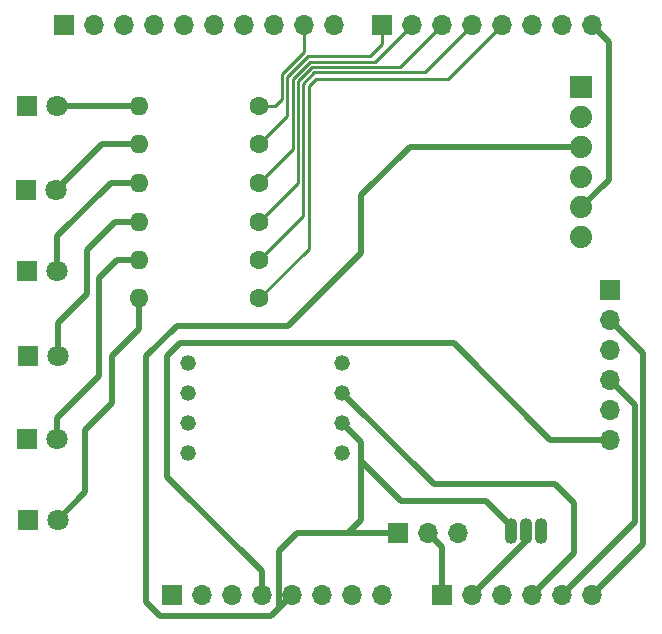
<source format=gbr>
%TF.GenerationSoftware,KiCad,Pcbnew,8.0.8*%
%TF.CreationDate,2025-03-13T21:39:24-06:00*%
%TF.ProjectId,Final_Project_PCB,46696e61-6c5f-4507-926f-6a6563745f50,rev?*%
%TF.SameCoordinates,Original*%
%TF.FileFunction,Copper,L1,Top*%
%TF.FilePolarity,Positive*%
%FSLAX46Y46*%
G04 Gerber Fmt 4.6, Leading zero omitted, Abs format (unit mm)*
G04 Created by KiCad (PCBNEW 8.0.8) date 2025-03-13 21:39:24*
%MOMM*%
%LPD*%
G01*
G04 APERTURE LIST*
%TA.AperFunction,ComponentPad*%
%ADD10R,1.700000X1.700000*%
%TD*%
%TA.AperFunction,ComponentPad*%
%ADD11O,1.700000X1.700000*%
%TD*%
%TA.AperFunction,ComponentPad*%
%ADD12R,1.800000X1.800000*%
%TD*%
%TA.AperFunction,ComponentPad*%
%ADD13C,1.800000*%
%TD*%
%TA.AperFunction,ComponentPad*%
%ADD14O,1.100000X2.200000*%
%TD*%
%TA.AperFunction,ComponentPad*%
%ADD15C,1.600000*%
%TD*%
%TA.AperFunction,ComponentPad*%
%ADD16O,1.600000X1.600000*%
%TD*%
%TA.AperFunction,ComponentPad*%
%ADD17R,1.879600X1.879600*%
%TD*%
%TA.AperFunction,ComponentPad*%
%ADD18C,1.879600*%
%TD*%
%TA.AperFunction,ComponentPad*%
%ADD19C,1.321000*%
%TD*%
%TA.AperFunction,Conductor*%
%ADD20C,0.250000*%
%TD*%
%TA.AperFunction,Conductor*%
%ADD21C,0.508000*%
%TD*%
G04 APERTURE END LIST*
D10*
%TO.P,J1,1,Pin_1*%
%TO.N,unconnected-(J1-Pin_1-Pad1)*%
X127940000Y-97460000D03*
D11*
%TO.P,J1,2,Pin_2*%
%TO.N,/IOREF*%
X130480000Y-97460000D03*
%TO.P,J1,3,Pin_3*%
%TO.N,/~{RESET}*%
X133020000Y-97460000D03*
%TO.P,J1,4,Pin_4*%
%TO.N,+3V3*%
X135560000Y-97460000D03*
%TO.P,J1,5,Pin_5*%
%TO.N,+5V*%
X138100000Y-97460000D03*
%TO.P,J1,6,Pin_6*%
%TO.N,GND*%
X140640000Y-97460000D03*
%TO.P,J1,7,Pin_7*%
X143180000Y-97460000D03*
%TO.P,J1,8,Pin_8*%
%TO.N,VCC*%
X145720000Y-97460000D03*
%TD*%
D10*
%TO.P,J3,1,Pin_1*%
%TO.N,/DHT_Sensor*%
X150800000Y-97460000D03*
D11*
%TO.P,J3,2,Pin_2*%
%TO.N,/Ext_Temp_Sensor*%
X153340000Y-97460000D03*
%TO.P,J3,3,Pin_3*%
%TO.N,unconnected-(J3-Pin_3-Pad3)*%
X155880000Y-97460000D03*
%TO.P,J3,4,Pin_4*%
%TO.N,/Pressure_Sensor*%
X158420000Y-97460000D03*
%TO.P,J3,5,Pin_5*%
%TO.N,/Accel_X*%
X160960000Y-97460000D03*
%TO.P,J3,6,Pin_6*%
%TO.N,/Accel_Z*%
X163500000Y-97460000D03*
%TD*%
D10*
%TO.P,J2,1,Pin_1*%
%TO.N,/SCL{slash}A5*%
X118796000Y-49200000D03*
D11*
%TO.P,J2,2,Pin_2*%
%TO.N,/SDA{slash}A4*%
X121336000Y-49200000D03*
%TO.P,J2,3,Pin_3*%
%TO.N,/AREF*%
X123876000Y-49200000D03*
%TO.P,J2,4,Pin_4*%
%TO.N,GND*%
X126416000Y-49200000D03*
%TO.P,J2,5,Pin_5*%
%TO.N,/13*%
X128956000Y-49200000D03*
%TO.P,J2,6,Pin_6*%
%TO.N,/12*%
X131496000Y-49200000D03*
%TO.P,J2,7,Pin_7*%
%TO.N,/\u002A11*%
X134036000Y-49200000D03*
%TO.P,J2,8,Pin_8*%
%TO.N,/\u002A10*%
X136576000Y-49200000D03*
%TO.P,J2,9,Pin_9*%
%TO.N,/LED_Accelerometer*%
X139116000Y-49200000D03*
%TO.P,J2,10,Pin_10*%
%TO.N,/8*%
X141656000Y-49200000D03*
%TD*%
D10*
%TO.P,J4,1,Pin_1*%
%TO.N,/LED_Pressure*%
X145720000Y-49200000D03*
D11*
%TO.P,J4,2,Pin_2*%
%TO.N,/LED_Humidity*%
X148260000Y-49200000D03*
%TO.P,J4,3,Pin_3*%
%TO.N,/LED_ExternalTemp*%
X150800000Y-49200000D03*
%TO.P,J4,4,Pin_4*%
%TO.N,/LED_InternalTemp*%
X153340000Y-49200000D03*
%TO.P,J4,5,Pin_5*%
%TO.N,/LED_Power*%
X155880000Y-49200000D03*
%TO.P,J4,6,Pin_6*%
%TO.N,/6*%
X158420000Y-49200000D03*
%TO.P,J4,7,Pin_7*%
%TO.N,/TX{slash}1*%
X160960000Y-49200000D03*
%TO.P,J4,8,Pin_8*%
%TO.N,/Open_Logger*%
X163500000Y-49200000D03*
%TD*%
D12*
%TO.P,D5,1,K*%
%TO.N,GND*%
X115610000Y-63200000D03*
D13*
%TO.P,D5,2,A*%
%TO.N,Net-(D5-A)*%
X118150000Y-63200000D03*
%TD*%
D14*
%TO.P,U1,1,+VS*%
%TO.N,+5V*%
X156635000Y-92050000D03*
%TO.P,U1,2,VOUT*%
%TO.N,/Ext_Temp_Sensor*%
X157905000Y-92050000D03*
%TO.P,U1,3,GND*%
%TO.N,GND*%
X159175000Y-92050000D03*
%TD*%
D10*
%TO.P,J5,1,Pin_1*%
%TO.N,+5V*%
X147060000Y-92200000D03*
D11*
%TO.P,J5,2,Pin_2*%
%TO.N,/DHT_Sensor*%
X149600000Y-92200000D03*
%TO.P,J5,3,Pin_3*%
%TO.N,GND*%
X152140000Y-92200000D03*
%TD*%
D15*
%TO.P,R5,1*%
%TO.N,/LED_Pressure*%
X135330000Y-59300000D03*
D16*
%TO.P,R5,2*%
%TO.N,Net-(D5-A)*%
X125170000Y-59300000D03*
%TD*%
D17*
%TO.P,U2,1,BLK*%
%TO.N,unconnected-(U2-BLK-Pad1)*%
X162600000Y-54450000D03*
D18*
%TO.P,U2,2,GND*%
%TO.N,GND*%
X162600000Y-56990000D03*
%TO.P,U2,3,VCC*%
%TO.N,+5V*%
X162600000Y-59530000D03*
%TO.P,U2,4,TXO*%
%TO.N,unconnected-(U2-TXO-Pad4)*%
X162600000Y-62070000D03*
%TO.P,U2,5,RXI*%
%TO.N,/Open_Logger*%
X162600000Y-64610000D03*
%TO.P,U2,6,GRN*%
%TO.N,unconnected-(U2-GRN-Pad6)*%
X162600000Y-67150000D03*
%TD*%
D19*
%TO.P,IC1,1,NC_1*%
%TO.N,unconnected-(IC1-NC_1-Pad1)*%
X142350000Y-85395000D03*
%TO.P,IC1,2,VSUPPLY*%
%TO.N,+5V*%
X142350000Y-82855000D03*
%TO.P,IC1,3,VOUT*%
%TO.N,/Pressure_Sensor*%
X142350000Y-80315000D03*
%TO.P,IC1,4,GND*%
%TO.N,GND*%
X142350000Y-77775000D03*
%TO.P,IC1,5,NC_2*%
%TO.N,unconnected-(IC1-NC_2-Pad5)*%
X129270000Y-77775000D03*
%TO.P,IC1,6,NC_3*%
%TO.N,unconnected-(IC1-NC_3-Pad6)*%
X129270000Y-80315000D03*
%TO.P,IC1,7,NC_4*%
%TO.N,unconnected-(IC1-NC_4-Pad7)*%
X129270000Y-82855000D03*
%TO.P,IC1,8,NC_5*%
%TO.N,unconnected-(IC1-NC_5-Pad8)*%
X129270000Y-85395000D03*
%TD*%
D12*
%TO.P,D1,1,K*%
%TO.N,GND*%
X115710000Y-91100000D03*
D13*
%TO.P,D1,2,A*%
%TO.N,Net-(D1-A)*%
X118250000Y-91100000D03*
%TD*%
D15*
%TO.P,R1,1*%
%TO.N,/LED_Power*%
X135330000Y-72300000D03*
D16*
%TO.P,R1,2*%
%TO.N,Net-(D1-A)*%
X125170000Y-72300000D03*
%TD*%
D15*
%TO.P,R3,1*%
%TO.N,/LED_ExternalTemp*%
X135340000Y-65850000D03*
D16*
%TO.P,R3,2*%
%TO.N,Net-(D3-A)*%
X125180000Y-65850000D03*
%TD*%
D12*
%TO.P,D6,1,K*%
%TO.N,GND*%
X115645000Y-56050000D03*
D13*
%TO.P,D6,2,A*%
%TO.N,Net-(D6-A)*%
X118185000Y-56050000D03*
%TD*%
D12*
%TO.P,D3,1,K*%
%TO.N,GND*%
X115710000Y-77200000D03*
D13*
%TO.P,D3,2,A*%
%TO.N,Net-(D3-A)*%
X118250000Y-77200000D03*
%TD*%
D15*
%TO.P,R2,1*%
%TO.N,/LED_InternalTemp*%
X135330000Y-69100000D03*
D16*
%TO.P,R2,2*%
%TO.N,Net-(D2-A)*%
X125170000Y-69100000D03*
%TD*%
D15*
%TO.P,R4,1*%
%TO.N,/LED_Humidity*%
X135330000Y-62550000D03*
D16*
%TO.P,R4,2*%
%TO.N,Net-(D4-A)*%
X125170000Y-62550000D03*
%TD*%
D10*
%TO.P,J6,1,Pin_1*%
%TO.N,unconnected-(J6-Pin_1-Pad1)*%
X165000000Y-71625000D03*
D11*
%TO.P,J6,2,Pin_2*%
%TO.N,/Accel_Z*%
X165000000Y-74165000D03*
%TO.P,J6,3,Pin_3*%
%TO.N,unconnected-(J6-Pin_3-Pad3)*%
X165000000Y-76705000D03*
%TO.P,J6,4,Pin_4*%
%TO.N,/Accel_X*%
X165000000Y-79245000D03*
%TO.P,J6,5,Pin_5*%
%TO.N,GND*%
X165000000Y-81785000D03*
%TO.P,J6,6,Pin_6*%
%TO.N,+3V3*%
X165000000Y-84325000D03*
%TD*%
D12*
%TO.P,D4,1,K*%
%TO.N,GND*%
X115660000Y-70050000D03*
D13*
%TO.P,D4,2,A*%
%TO.N,Net-(D4-A)*%
X118200000Y-70050000D03*
%TD*%
D12*
%TO.P,D2,1,K*%
%TO.N,GND*%
X115700000Y-84250000D03*
D13*
%TO.P,D2,2,A*%
%TO.N,Net-(D2-A)*%
X118240000Y-84250000D03*
%TD*%
D15*
%TO.P,R6,1*%
%TO.N,/LED_Accelerometer*%
X135330000Y-56050000D03*
D16*
%TO.P,R6,2*%
%TO.N,Net-(D6-A)*%
X125170000Y-56050000D03*
%TD*%
D20*
%TO.N,GND*%
X158780000Y-92250000D02*
X158780000Y-91700000D01*
D21*
%TO.N,+5V*%
X142850000Y-92200000D02*
X147060000Y-92200000D01*
X125775000Y-77225000D02*
X128325000Y-74675000D01*
X148070000Y-59530000D02*
X162600000Y-59530000D01*
X143975000Y-86150000D02*
X147325000Y-89500000D01*
X147325000Y-89500000D02*
X154525000Y-89500000D01*
X137030000Y-98530000D02*
X136335000Y-99225000D01*
X125775000Y-98050000D02*
X125775000Y-77225000D01*
X139000000Y-92225000D02*
X139025000Y-92200000D01*
X154525000Y-89500000D02*
X156635000Y-91610000D01*
X143975000Y-91075000D02*
X142850000Y-92200000D01*
X143975000Y-86150000D02*
X143975000Y-91075000D01*
X139025000Y-92200000D02*
X142850000Y-92200000D01*
X142350000Y-82855000D02*
X143975000Y-84480000D01*
X137030000Y-98530000D02*
X137030000Y-93745000D01*
X143975000Y-84480000D02*
X143975000Y-86150000D01*
X143975000Y-68500000D02*
X143975000Y-63625000D01*
X156635000Y-91610000D02*
X156635000Y-92050000D01*
X138550000Y-92225000D02*
X139000000Y-92225000D01*
X143975000Y-63625000D02*
X148070000Y-59530000D01*
X138100000Y-97460000D02*
X137030000Y-98530000D01*
X136335000Y-99225000D02*
X126950000Y-99225000D01*
X137800000Y-74675000D02*
X143975000Y-68500000D01*
X137030000Y-93745000D02*
X138550000Y-92225000D01*
X126950000Y-99225000D02*
X125775000Y-98050000D01*
X128325000Y-74675000D02*
X137800000Y-74675000D01*
%TO.N,Net-(D1-A)*%
X122850000Y-81225000D02*
X122850000Y-77225000D01*
X125170000Y-74905000D02*
X125170000Y-72300000D01*
X120600000Y-83475000D02*
X122850000Y-81225000D01*
X122850000Y-77225000D02*
X125170000Y-74905000D01*
X118250000Y-91100000D02*
X120600000Y-88750000D01*
X120600000Y-88750000D02*
X120600000Y-83475000D01*
%TO.N,Net-(D2-A)*%
X121750000Y-78950000D02*
X118240000Y-82460000D01*
X118240000Y-82460000D02*
X118240000Y-84250000D01*
X121750000Y-70650000D02*
X121750000Y-78950000D01*
X125170000Y-69100000D02*
X123300000Y-69100000D01*
X123300000Y-69100000D02*
X121750000Y-70650000D01*
%TO.N,Net-(D3-A)*%
X120700000Y-68225000D02*
X123075000Y-65850000D01*
X120700000Y-72000000D02*
X120700000Y-68225000D01*
X123075000Y-65850000D02*
X125180000Y-65850000D01*
X118250000Y-74450000D02*
X120700000Y-72000000D01*
X118250000Y-77200000D02*
X118250000Y-74450000D01*
%TO.N,Net-(D4-A)*%
X118200000Y-70050000D02*
X118200000Y-67100000D01*
X122750000Y-62550000D02*
X125170000Y-62550000D01*
X118200000Y-67100000D02*
X122750000Y-62550000D01*
%TO.N,/Pressure_Sensor*%
X160375000Y-88075000D02*
X162000000Y-89700000D01*
X162000000Y-89700000D02*
X162000000Y-93880000D01*
X162000000Y-93880000D02*
X158420000Y-97460000D01*
X142350000Y-80315000D02*
X150110000Y-88075000D01*
X150110000Y-88075000D02*
X160375000Y-88075000D01*
D20*
%TO.N,/LED_Accelerometer*%
X139116000Y-51509000D02*
X139116000Y-49200000D01*
X136700000Y-56050000D02*
X137250000Y-55500000D01*
X135330000Y-56050000D02*
X136700000Y-56050000D01*
X137250000Y-55500000D02*
X137250000Y-53375000D01*
X137250000Y-53375000D02*
X139116000Y-51509000D01*
D21*
%TO.N,/Ext_Temp_Sensor*%
X157905000Y-92050000D02*
X157905000Y-92895000D01*
D20*
X153340000Y-97460000D02*
X153570000Y-97460000D01*
D21*
X157905000Y-92895000D02*
X153340000Y-97460000D01*
%TO.N,+3V3*%
X127550000Y-77225000D02*
X128625000Y-76150000D01*
X135560000Y-97460000D02*
X135560000Y-95435000D01*
X159950000Y-84325000D02*
X165000000Y-84325000D01*
X135560000Y-95435000D02*
X127550000Y-87425000D01*
X128625000Y-76150000D02*
X151775000Y-76150000D01*
X151775000Y-76150000D02*
X159950000Y-84325000D01*
X127550000Y-87425000D02*
X127550000Y-77225000D01*
%TO.N,/DHT_Sensor*%
X150800000Y-97460000D02*
X150800000Y-93400000D01*
X150800000Y-93400000D02*
X149600000Y-92200000D01*
%TO.N,/Accel_Z*%
X167817500Y-93142500D02*
X163500000Y-97460000D01*
X167817500Y-76982500D02*
X167817500Y-93142500D01*
X165000000Y-74165000D02*
X167817500Y-76982500D01*
%TO.N,/Accel_X*%
X165000000Y-79245000D02*
X167109500Y-81354500D01*
X167109500Y-81354500D02*
X167109500Y-91310500D01*
X167109500Y-91310500D02*
X160960000Y-97460000D01*
D20*
%TO.N,/LED_Pressure*%
X137700000Y-56930000D02*
X135330000Y-59300000D01*
X144700000Y-51850000D02*
X139454416Y-51850000D01*
X139454416Y-51850000D02*
X137700000Y-53604416D01*
X145720000Y-50830000D02*
X144700000Y-51850000D01*
X137700000Y-53604416D02*
X137700000Y-56930000D01*
X145720000Y-49200000D02*
X145720000Y-50830000D01*
%TO.N,/LED_Power*%
X139500000Y-68130000D02*
X139500000Y-54350000D01*
X140100000Y-53750000D02*
X151330000Y-53750000D01*
X135330000Y-72300000D02*
X139500000Y-68130000D01*
X139500000Y-54350000D02*
X140100000Y-53750000D01*
X151330000Y-53750000D02*
X155880000Y-49200000D01*
D21*
%TO.N,/Open_Logger*%
X164900000Y-62310000D02*
X164900000Y-50600000D01*
X164900000Y-50600000D02*
X163500000Y-49200000D01*
X162600000Y-64610000D02*
X164900000Y-62310000D01*
D20*
%TO.N,/LED_Humidity*%
X145160000Y-52300000D02*
X139640812Y-52300000D01*
X139640812Y-52300000D02*
X138150000Y-53790812D01*
X138150000Y-53790812D02*
X138150000Y-59730000D01*
X138150000Y-59730000D02*
X135330000Y-62550000D01*
X148260000Y-49200000D02*
X145160000Y-52300000D01*
%TO.N,/LED_InternalTemp*%
X139998604Y-53215000D02*
X139050000Y-54163604D01*
X139050000Y-65380000D02*
X135330000Y-69100000D01*
X149325000Y-53215000D02*
X139998604Y-53215000D01*
X153340000Y-49200000D02*
X149325000Y-53215000D01*
X139050000Y-54163604D02*
X139050000Y-65380000D01*
%TO.N,/LED_ExternalTemp*%
X150800000Y-49200000D02*
X147250000Y-52750000D01*
X138600000Y-62590000D02*
X135340000Y-65850000D01*
X138600000Y-53977208D02*
X138600000Y-62590000D01*
X147250000Y-52750000D02*
X139827208Y-52750000D01*
X139827208Y-52750000D02*
X138600000Y-53977208D01*
D21*
%TO.N,Net-(D5-A)*%
X118150000Y-63200000D02*
X122050000Y-59300000D01*
X122050000Y-59300000D02*
X125170000Y-59300000D01*
%TO.N,Net-(D6-A)*%
X118185000Y-56050000D02*
X125170000Y-56050000D01*
%TD*%
M02*

</source>
